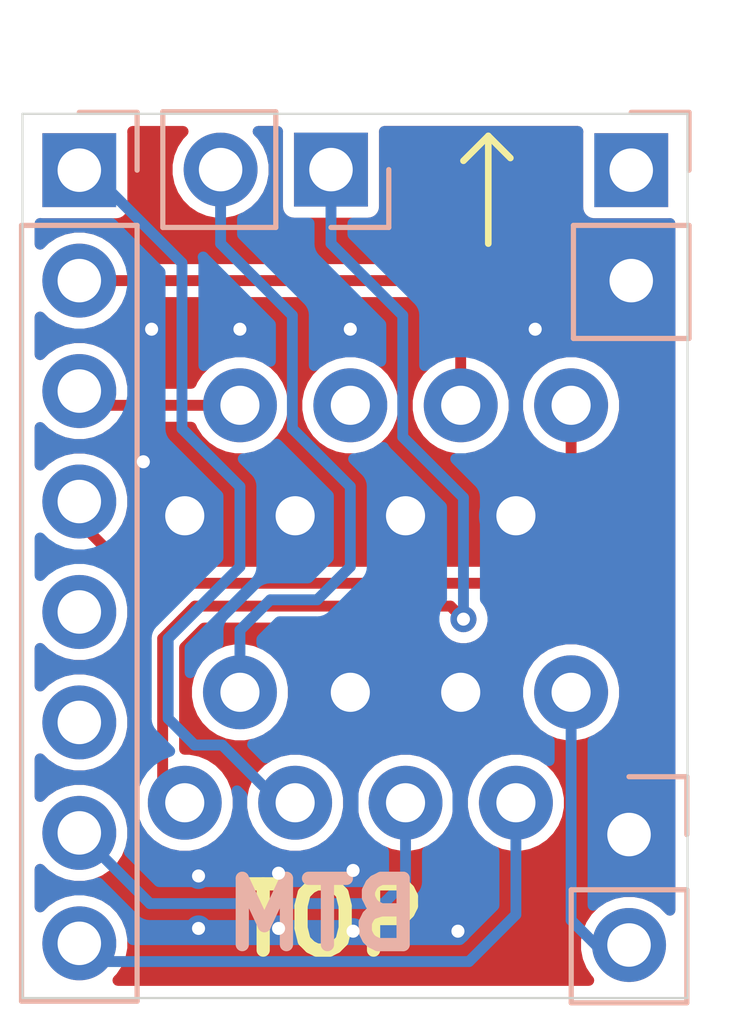
<source format=kicad_pcb>
(kicad_pcb (version 20171130) (host pcbnew "(5.1.8)-1")

  (general
    (thickness 1.6002)
    (drawings 9)
    (tracks 75)
    (zones 0)
    (modules 5)
    (nets 14)
  )

  (page A4)
  (layers
    (0 Front signal)
    (1 In1.Cu signal)
    (2 In2.Cu signal)
    (31 Back signal)
    (34 B.Paste user)
    (35 F.Paste user)
    (36 B.SilkS user)
    (37 F.SilkS user)
    (38 B.Mask user)
    (39 F.Mask user)
    (44 Edge.Cuts user)
    (45 Margin user)
    (46 B.CrtYd user)
    (47 F.CrtYd user)
    (49 F.Fab user)
  )

  (setup
    (last_trace_width 0.25)
    (user_trace_width 0.15)
    (user_trace_width 0.2)
    (user_trace_width 0.4)
    (user_trace_width 0.6)
    (trace_clearance 0.127)
    (zone_clearance 0.254)
    (zone_45_only no)
    (trace_min 0.127)
    (via_size 0.6)
    (via_drill 0.3)
    (via_min_size 0.6)
    (via_min_drill 0.3)
    (user_via 0.6 0.3)
    (user_via 0.9 0.4)
    (uvia_size 0.6858)
    (uvia_drill 0.3302)
    (uvias_allowed no)
    (uvia_min_size 0.2)
    (uvia_min_drill 0.1)
    (edge_width 0.0381)
    (segment_width 0.254)
    (pcb_text_width 0.3048)
    (pcb_text_size 1.524 1.524)
    (mod_edge_width 0.1524)
    (mod_text_size 0.8128 0.8128)
    (mod_text_width 0.1524)
    (pad_size 3.2 3.2)
    (pad_drill 3.2)
    (pad_to_mask_clearance 0)
    (solder_mask_min_width 0.12)
    (aux_axis_origin 0 0)
    (visible_elements 7FFFE7FF)
    (pcbplotparams
      (layerselection 0x010f0_fffffff9)
      (usegerberextensions false)
      (usegerberattributes true)
      (usegerberadvancedattributes true)
      (creategerberjobfile true)
      (excludeedgelayer true)
      (linewidth 0.100000)
      (plotframeref false)
      (viasonmask false)
      (mode 1)
      (useauxorigin false)
      (hpglpennumber 1)
      (hpglpenspeed 20)
      (hpglpendiameter 15.000000)
      (psnegative false)
      (psa4output false)
      (plotreference true)
      (plotvalue true)
      (plotinvisibletext false)
      (padsonsilk false)
      (subtractmaskfromsilk false)
      (outputformat 1)
      (mirror false)
      (drillshape 0)
      (scaleselection 1)
      (outputdirectory ""))
  )

  (net 0 "")
  (net 1 /sck)
  (net 2 /sdo)
  (net 3 /sdi)
  (net 4 /csn)
  (net 5 GND)
  (net 6 /ENCN)
  (net 7 VCC)
  (net 8 /Diag1)
  (net 9 /en)
  (net 10 /step)
  (net 11 /dir)
  (net 12 /clk)
  (net 13 "Net-(J5-Pad1)")

  (net_class Default "This is the default net class."
    (clearance 0.127)
    (trace_width 0.25)
    (via_dia 0.6)
    (via_drill 0.3)
    (uvia_dia 0.6858)
    (uvia_drill 0.3302)
    (diff_pair_width 0.1524)
    (diff_pair_gap 0.254)
    (add_net /Diag1)
    (add_net /ENCN)
    (add_net /clk)
    (add_net /csn)
    (add_net /dir)
    (add_net /en)
    (add_net /sck)
    (add_net /sdi)
    (add_net /sdo)
    (add_net /step)
    (add_net GND)
    (add_net "Net-(J5-Pad1)")
    (add_net VCC)
  )

  (module Libs:E5908-0T0343-L (layer Front) (tedit 5FF1FF9E) (tstamp 5FF26F13)
    (at 132.715 81.661 180)
    (path /5FF2D390)
    (fp_text reference J1 (at 0 0.5 180) (layer F.SilkS) hide
      (effects (font (size 1 1) (thickness 0.15)))
    )
    (fp_text value E5908-0T0343-L (at 0 -0.5 180) (layer F.Fab) hide
      (effects (font (size 1 1) (thickness 0.15)))
    )
    (fp_circle (center -4.89 -1.94) (end -4.584713 -1.94) (layer Dwgs.User) (width 0.1))
    (fp_line (start -7.639391 3.800575) (end -8.785159 3.800575) (layer Dwgs.User) (width 0.2))
    (fp_line (start 3.790608 3.800575) (end -4.680606 3.800575) (layer Dwgs.User) (width 0.2))
    (fp_line (start -4.769997 5.202399) (end 3.879999 5.202399) (layer Dwgs.User) (width 0.2))
    (fp_line (start -8.785159 5.202399) (end -7.55 5.202399) (layer Dwgs.User) (width 0.2))
    (fp_line (start -8.785159 3.800575) (end -8.785159 5.202399) (layer Dwgs.User) (width 0.2))
    (fp_line (start 3.179538 -1.919613) (end 4.782495 -1.919613) (layer Dwgs.User) (width 0.2))
    (fp_line (start 4.782495 -1.919613) (end 4.782495 2.886077) (layer Dwgs.User) (width 0.2))
    (fp_line (start -5.245541 -8.815844) (end -5.579107 -8.815844) (layer Dwgs.User) (width 0.2))
    (fp_line (start -5.579107 -1.919613) (end -5.339536 -1.919613) (layer Dwgs.User) (width 0.2))
    (fp_line (start 0.604687 -8.365257) (end 2.315314 -8.365257) (layer Dwgs.User) (width 0.2))
    (fp_line (start 4.782495 -2.07291) (end 3.159925 -2.07291) (layer Dwgs.User) (width 0.2))
    (fp_line (start -0.239924 -2.07291) (end -1.920074 -2.07291) (layer Dwgs.User) (width 0.2))
    (fp_line (start -0.629999 -4.48) (end 1.01 -4.48) (layer Dwgs.User) (width 0.2))
    (fp_line (start 2.374458 -8.815844) (end 0.545543 -8.815844) (layer Dwgs.User) (width 0.2))
    (fp_line (start -0.165542 -8.815844) (end -1.994456 -8.815844) (layer Dwgs.User) (width 0.2))
    (fp_line (start -4.020352 -4.685469) (end -4.559998 -4.685469) (layer Dwgs.User) (width 0.2))
    (fp_line (start -2.779923 -2.07291) (end -4.460074 -2.07291) (layer Dwgs.User) (width 0.2))
    (fp_line (start -4.559998 -4.48) (end -4.069999 -4.48) (layer Dwgs.User) (width 0.2))
    (fp_line (start -1.480352 -4.685469) (end -3.219645 -4.685469) (layer Dwgs.User) (width 0.2))
    (fp_line (start 2.300076 -2.07291) (end 0.619925 -2.07291) (layer Dwgs.User) (width 0.2))
    (fp_line (start -4.475312 -8.365257) (end -2.764685 -8.365257) (layer Dwgs.User) (width 0.2))
    (fp_line (start 1.91 -4.48) (end 3.55 -4.48) (layer Dwgs.User) (width 0.2))
    (fp_line (start 4.782495 -8.365257) (end 4.782495 -4.685469) (layer Dwgs.User) (width 0.2))
    (fp_line (start -5.579107 -8.815844) (end -5.579107 -8.365257) (layer Dwgs.User) (width 0.2))
    (fp_line (start 4.782495 -8.815844) (end 3.085543 -8.815844) (layer Dwgs.User) (width 0.2))
    (fp_line (start 4.782495 -4.685469) (end 4.400354 -4.685469) (layer Dwgs.User) (width 0.2))
    (fp_line (start 1.857208 -10.868515) (end 3.602793 -10.868515) (layer Dwgs.User) (width 0.2))
    (fp_line (start -5.319923 -2.07291) (end -5.579107 -2.07291) (layer Dwgs.User) (width 0.2))
    (fp_line (start -3.169999 -4.48) (end -1.529999 -4.48) (layer Dwgs.User) (width 0.2))
    (fp_line (start 4.782495 -4.48) (end 4.782495 -2.07291) (layer Dwgs.User) (width 0.2))
    (fp_line (start -4.559998 -4.685469) (end -4.559998 -4.48) (layer Dwgs.User) (width 0.2))
    (fp_line (start 1.059647 -4.685469) (end -0.679645 -4.685469) (layer Dwgs.User) (width 0.2))
    (fp_line (start 3.599647 -4.685469) (end 1.860354 -4.685469) (layer Dwgs.User) (width 0.2))
    (fp_line (start -0.682791 -10.868515) (end 1.062793 -10.868515) (layer Dwgs.User) (width 0.2))
    (fp_line (start 0.639538 -1.919613) (end 2.280463 -1.919613) (layer Dwgs.User) (width 0.2))
    (fp_line (start -1.935312 -8.365257) (end -0.224686 -8.365257) (layer Dwgs.User) (width 0.2))
    (fp_line (start -2.705541 -8.815844) (end -4.534456 -8.815844) (layer Dwgs.User) (width 0.2))
    (fp_line (start 3.144687 -8.365257) (end 4.782495 -8.365257) (layer Dwgs.User) (width 0.2))
    (fp_line (start 4.397208 -10.868515) (end 4.782495 -10.868515) (layer Dwgs.User) (width 0.2))
    (fp_line (start -5.579107 -8.365257) (end -5.304685 -8.365257) (layer Dwgs.User) (width 0.2))
    (fp_line (start -1.900461 -1.919613) (end -0.259537 -1.919613) (layer Dwgs.User) (width 0.2))
    (fp_line (start -4.440461 -1.919613) (end -2.799536 -1.919613) (layer Dwgs.User) (width 0.2))
    (fp_line (start -5.579107 -2.07291) (end -5.579107 -1.919613) (layer Dwgs.User) (width 0.2))
    (fp_line (start 4.45 -4.48) (end 4.782495 -4.48) (layer Dwgs.User) (width 0.2))
    (fp_line (start 4.782495 -10.868515) (end 4.782495 -8.815844) (layer Dwgs.User) (width 0.2))
    (fp_line (start 4.782495 -11.3191) (end 4.381223 -11.3191) (layer Dwgs.User) (width 0.2))
    (fp_line (start 5.082886 -8.365257) (end 6.259417 -8.365257) (layer Dwgs.User) (width 0.2))
    (fp_line (start 5.082886 -4.685469) (end 5.082886 -8.365257) (layer Dwgs.User) (width 0.2))
    (fp_line (start 4.782495 5.933922) (end 4.782495 7.280103) (layer Dwgs.User) (width 0.2))
    (fp_line (start 6.034123 -4.48) (end 6.034123 -4.685469) (layer Dwgs.User) (width 0.2))
    (fp_line (start 6.259417 -8.365257) (end 6.259417 -8.815844) (layer Dwgs.User) (width 0.2))
    (fp_line (start 5.082886 7.280103) (end 5.082886 5.999021) (layer Dwgs.User) (width 0.2))
    (fp_line (start 3.618778 -11.3191) (end 1.841223 -11.3191) (layer Dwgs.User) (width 0.2))
    (fp_line (start 5.082886 -11.3191) (end 5.082886 -11.89485) (layer Dwgs.User) (width 0.2))
    (fp_line (start 6.259417 -8.815844) (end 5.082886 -8.815844) (layer Dwgs.User) (width 0.2))
    (fp_line (start 5.082886 -2.07291) (end 5.082886 -4.48) (layer Dwgs.User) (width 0.2))
    (fp_line (start 5.082886 -8.815844) (end 5.082886 -10.868515) (layer Dwgs.User) (width 0.2))
    (fp_line (start 1.078778 -11.3191) (end -0.698776 -11.3191) (layer Dwgs.User) (width 0.2))
    (fp_line (start -4.001221 -11.3191) (end -4.439999 -11.3191) (layer Dwgs.User) (width 0.2))
    (fp_line (start 5.082886 -10.868515) (end 5.270001 -10.868515) (layer Dwgs.User) (width 0.2))
    (fp_line (start 5.082886 -1.919613) (end 5.181863 -1.919613) (layer Dwgs.User) (width 0.2))
    (fp_line (start 7.661241 5.202399) (end 7.661241 3.800575) (layer Dwgs.User) (width 0.2))
    (fp_line (start 4.782495 7.280103) (end 5.082886 7.280103) (layer Dwgs.User) (width 0.2))
    (fp_line (start 5.181863 -2.07291) (end 5.082886 -2.07291) (layer Dwgs.User) (width 0.2))
    (fp_line (start -3.222791 -10.868515) (end -1.477206 -10.868515) (layer Dwgs.User) (width 0.2))
    (fp_line (start 5.082886 -4.48) (end 6.034123 -4.48) (layer Dwgs.User) (width 0.2))
    (fp_line (start 5.270001 -10.868515) (end 5.270001 -11.3191) (layer Dwgs.User) (width 0.2))
    (fp_line (start 5.181863 -1.919613) (end 5.181863 -2.07291) (layer Dwgs.User) (width 0.2))
    (fp_line (start 5.082886 2.820978) (end 5.082886 -1.919613) (layer Dwgs.User) (width 0.2))
    (fp_line (start -1.461221 -11.3191) (end -3.238776 -11.3191) (layer Dwgs.User) (width 0.2))
    (fp_line (start 4.782495 -11.89485) (end 4.782495 -11.3191) (layer Dwgs.User) (width 0.2))
    (fp_line (start 6.034123 -4.685469) (end 5.082886 -4.685469) (layer Dwgs.User) (width 0.2))
    (fp_line (start 5.082886 -11.89485) (end 4.782495 -11.89485) (layer Dwgs.User) (width 0.2))
    (fp_line (start 6.660002 5.202399) (end 7.661241 5.202399) (layer Dwgs.User) (width 0.2))
    (fp_line (start 7.661241 3.800575) (end 6.749393 3.800575) (layer Dwgs.User) (width 0.2))
    (fp_line (start 5.270001 -11.3191) (end 5.082886 -11.3191) (layer Dwgs.User) (width 0.2))
    (fp_line (start -4.439999 -10.868515) (end -4.017206 -10.868515) (layer Dwgs.User) (width 0.2))
    (fp_line (start -4.439999 -11.3191) (end -4.439999 -10.868515) (layer Dwgs.User) (width 0.2))
    (fp_arc (start 5.270001 4.409999) (end 4.782495 2.886077) (angle -49.87158366) (layer Dwgs.User) (width 0.2))
    (fp_arc (start -6.159998 4.41) (end -7.55 5.202399) (angle -120.6275737) (layer Dwgs.User) (width 0.2))
    (fp_arc (start -6.159998 4.41) (end -4.680606 3.800575) (angle -135.2222899) (layer Dwgs.User) (width 0.2))
    (fp_arc (start -3.619999 -4.48) (end -3.219645 -4.685469) (angle -125.6646609) (layer Dwgs.User) (width 0.2))
    (fp_arc (start -4.889999 -1.940001) (end -5.339536 -1.919613) (angle -174.8064857) (layer Dwgs.User) (width 0.2))
    (fp_arc (start -4.889999 -1.940001) (end -4.460074 -2.07291) (angle -145.6425086) (layer Dwgs.User) (width 0.2))
    (fp_arc (start -2.349998 -8.540001) (end -1.994456 -8.815844) (angle -104.3886894) (layer Dwgs.User) (width 0.2))
    (fp_arc (start -2.349998 -8.540001) (end -2.764685 -8.365257) (angle -134.3002373) (layer Dwgs.User) (width 0.2))
    (fp_arc (start 0.190001 -8.540001) (end 0.545543 -8.815844) (angle -104.3886894) (layer Dwgs.User) (width 0.2))
    (fp_arc (start -2.349999 -1.940001) (end -1.920074 -2.07291) (angle -145.6425086) (layer Dwgs.User) (width 0.2))
    (fp_arc (start 0.19 -1.940001) (end 0.619925 -2.07291) (angle -145.6425086) (layer Dwgs.User) (width 0.2))
    (fp_arc (start 2.730001 -8.540001) (end 2.315314 -8.365257) (angle -134.3002373) (layer Dwgs.User) (width 0.2))
    (fp_arc (start -1.079999 -4.48) (end -0.679645 -4.685469) (angle -125.6646609) (layer Dwgs.User) (width 0.2))
    (fp_arc (start 1.46 -4.48) (end 1.860354 -4.685469) (angle -125.6646609) (layer Dwgs.User) (width 0.2))
    (fp_arc (start 4 -4.48) (end 4.400354 -4.685469) (angle -125.6646609) (layer Dwgs.User) (width 0.2))
    (fp_arc (start -4.889999 -8.540001) (end -4.534456 -8.815844) (angle -104.3886894) (layer Dwgs.User) (width 0.2))
    (fp_arc (start -4.889999 -8.540001) (end -5.304685 -8.365257) (angle -134.3002373) (layer Dwgs.User) (width 0.2))
    (fp_arc (start 1.46 -11.08) (end 1.062793 -10.868515) (angle -123.9355962) (layer Dwgs.User) (width 0.2))
    (fp_arc (start 2.730001 -1.940001) (end 3.159925 -2.07291) (angle -145.6425086) (layer Dwgs.User) (width 0.2))
    (fp_arc (start 2.730001 -8.540001) (end 3.085543 -8.815844) (angle -104.3886894) (layer Dwgs.User) (width 0.2))
    (fp_arc (start 2.73 -1.940001) (end 2.280463 -1.919613) (angle -174.8064857) (layer Dwgs.User) (width 0.2))
    (fp_arc (start 1.46 -4.48) (end 1.01 -4.48) (angle -180) (layer Dwgs.User) (width 0.2))
    (fp_arc (start 0.190001 -8.540001) (end -0.224686 -8.365257) (angle -134.3002373) (layer Dwgs.User) (width 0.2))
    (fp_arc (start 4 -4.48) (end 3.55 -4.48) (angle -180) (layer Dwgs.User) (width 0.2))
    (fp_arc (start 4 -11.08) (end 3.602793 -10.868515) (angle -123.9355962) (layer Dwgs.User) (width 0.2))
    (fp_arc (start -3.619999 -4.48) (end -4.069999 -4.48) (angle -180) (layer Dwgs.User) (width 0.2))
    (fp_arc (start 0.190001 -1.940001) (end -0.259537 -1.919613) (angle -174.8064857) (layer Dwgs.User) (width 0.2))
    (fp_arc (start -2.349998 -1.940001) (end -2.799536 -1.919613) (angle -174.8064857) (layer Dwgs.User) (width 0.2))
    (fp_arc (start -1.079999 -4.48) (end -1.529999 -4.48) (angle -180) (layer Dwgs.User) (width 0.2))
    (fp_arc (start -3.619999 -11.08) (end -3.238776 -11.3191) (angle -115.8085572) (layer Dwgs.User) (width 0.2))
    (fp_arc (start -1.079998 -11.08) (end -0.698776 -11.3191) (angle -115.8085572) (layer Dwgs.User) (width 0.2))
    (fp_arc (start 5.27 4.409999) (end 6.749393 3.800575) (angle -74.32705199) (layer Dwgs.User) (width 0.2))
    (fp_arc (start 1.46 -11.08) (end 1.841223 -11.3191) (angle -115.8085572) (layer Dwgs.User) (width 0.2))
    (fp_arc (start -1.079999 -11.08) (end -1.477206 -10.868515) (angle -123.9355962) (layer Dwgs.User) (width 0.2))
    (fp_arc (start 5.270001 4.409999) (end 3.879999 5.202399) (angle -42.57422557) (layer Dwgs.User) (width 0.2))
    (fp_arc (start 5.270001 4.409999) (end 5.082886 5.999021) (angle -67.0296939) (layer Dwgs.User) (width 0.2))
    (fp_arc (start -3.619999 -11.08) (end -4.017206 -10.868515) (angle -123.9355962) (layer Dwgs.User) (width 0.2))
    (fp_arc (start 4 -11.08) (end 4.381223 -11.3191) (angle -115.8085572) (layer Dwgs.User) (width 0.2))
    (pad "" connect circle (at 5.28 4.4 180) (size 3.2 3.2) (layers Dwgs.User))
    (pad "" smd circle (at -6.14 4.4 180) (size 3.2 3.2) (layers Dwgs.User))
    (pad 15 thru_hole circle (at 2.73 -1.94 180) (size 1.7 1.7) (drill 0.9) (layers *.Cu *.Mask)
      (net 1 /sck))
    (pad 13 thru_hole circle (at 0.19 -1.94 180) (size 1.7 1.7) (drill 0.9) (layers *.Cu *.Mask)
      (net 2 /sdo))
    (pad 11 thru_hole circle (at -2.35 -1.94 180) (size 1.7 1.7) (drill 0.9) (layers *.Cu *.Mask)
      (net 3 /sdi))
    (pad 9 thru_hole circle (at -4.89 -1.94 180) (size 1.7 1.7) (drill 0.9) (layers *.Cu *.Mask)
      (net 4 /csn))
    (pad 16 thru_hole circle (at 4 -4.48 180) (size 1.7 1.7) (drill 0.9) (layers *.Cu *.Mask)
      (net 5 GND))
    (pad 14 thru_hole circle (at 1.46 -4.48 180) (size 1.7 1.7) (drill 0.9) (layers *.Cu *.Mask)
      (net 5 GND))
    (pad 12 thru_hole circle (at -1.08 -4.48 180) (size 1.7 1.7) (drill 0.9) (layers *.Cu *.Mask)
      (net 5 GND))
    (pad 10 thru_hole circle (at -3.62 -4.48 180) (size 1.7 1.7) (drill 0.9) (layers *.Cu *.Mask)
      (net 5 GND))
    (pad 2 thru_hole circle (at 2.73 -8.54 180) (size 1.7 1.7) (drill 0.9) (layers *.Cu *.Mask)
      (net 6 /ENCN))
    (pad 4 thru_hole circle (at 0.19 -8.54 180) (size 1.7 1.7) (drill 0.9) (layers *.Cu *.Mask)
      (net 5 GND))
    (pad 6 thru_hole circle (at -2.35 -8.54 180) (size 1.7 1.7) (drill 0.9) (layers *.Cu *.Mask)
      (net 5 GND))
    (pad 8 thru_hole circle (at -4.89 -8.54 180) (size 1.7 1.7) (drill 0.9) (layers *.Cu *.Mask)
      (net 7 VCC))
    (pad 1 thru_hole circle (at 4 -11.08 180) (size 1.7 1.7) (drill 0.9) (layers *.Cu *.Mask)
      (net 8 /Diag1))
    (pad 3 thru_hole circle (at 1.46 -11.08 180) (size 1.7 1.7) (drill 0.9) (layers *.Cu *.Mask)
      (net 9 /en))
    (pad 5 thru_hole circle (at -1.08 -11.08 180) (size 1.7 1.7) (drill 0.9) (layers *.Cu *.Mask)
      (net 10 /step))
    (pad 7 thru_hole circle (at -3.62 -11.08 180) (size 1.7 1.7) (drill 0.9) (layers *.Cu *.Mask)
      (net 11 /dir))
  )

  (module Connector_PinHeader_2.54mm:PinHeader_1x02_P2.54mm_Vertical locked (layer Back) (tedit 59FED5CC) (tstamp 5FF28ACE)
    (at 138.938 93.472 180)
    (descr "Through hole straight pin header, 1x02, 2.54mm pitch, single row")
    (tags "Through hole pin header THT 1x02 2.54mm single row")
    (path /5FF8616E)
    (fp_text reference J6 (at 0 2.33) (layer B.SilkS) hide
      (effects (font (size 1 1) (thickness 0.15)) (justify mirror))
    )
    (fp_text value Conn_01x02_Male (at 0 -4.87) (layer B.Fab) hide
      (effects (font (size 1 1) (thickness 0.15)) (justify mirror))
    )
    (fp_line (start 1.8 1.8) (end -1.8 1.8) (layer B.CrtYd) (width 0.05))
    (fp_line (start 1.8 -4.35) (end 1.8 1.8) (layer B.CrtYd) (width 0.05))
    (fp_line (start -1.8 -4.35) (end 1.8 -4.35) (layer B.CrtYd) (width 0.05))
    (fp_line (start -1.8 1.8) (end -1.8 -4.35) (layer B.CrtYd) (width 0.05))
    (fp_line (start -1.33 1.33) (end 0 1.33) (layer B.SilkS) (width 0.12))
    (fp_line (start -1.33 0) (end -1.33 1.33) (layer B.SilkS) (width 0.12))
    (fp_line (start -1.33 -1.27) (end 1.33 -1.27) (layer B.SilkS) (width 0.12))
    (fp_line (start 1.33 -1.27) (end 1.33 -3.87) (layer B.SilkS) (width 0.12))
    (fp_line (start -1.33 -1.27) (end -1.33 -3.87) (layer B.SilkS) (width 0.12))
    (fp_line (start -1.33 -3.87) (end 1.33 -3.87) (layer B.SilkS) (width 0.12))
    (fp_line (start -1.27 0.635) (end -0.635 1.27) (layer B.Fab) (width 0.1))
    (fp_line (start -1.27 -3.81) (end -1.27 0.635) (layer B.Fab) (width 0.1))
    (fp_line (start 1.27 -3.81) (end -1.27 -3.81) (layer B.Fab) (width 0.1))
    (fp_line (start 1.27 1.27) (end 1.27 -3.81) (layer B.Fab) (width 0.1))
    (fp_line (start -0.635 1.27) (end 1.27 1.27) (layer B.Fab) (width 0.1))
    (fp_text user %R (at 0 -1.27 270) (layer B.Fab) hide
      (effects (font (size 1 1) (thickness 0.15)) (justify mirror))
    )
    (pad 1 thru_hole rect (at 0 0 180) (size 1.7 1.7) (drill 1) (layers *.Cu *.Mask)
      (net 5 GND))
    (pad 2 thru_hole oval (at 0 -2.54 180) (size 1.7 1.7) (drill 1) (layers *.Cu *.Mask)
      (net 7 VCC))
    (model ${KISYS3DMOD}/Connector_PinHeader_2.54mm.3dshapes/PinHeader_1x02_P2.54mm_Vertical.wrl
      (at (xyz 0 0 0))
      (scale (xyz 1 1 1))
      (rotate (xyz 0 0 0))
    )
  )

  (module Connector_PinHeader_2.54mm:PinHeader_1x02_P2.54mm_Vertical locked (layer Back) (tedit 59FED5CC) (tstamp 5FF28AB8)
    (at 138.9888 78.1939 180)
    (descr "Through hole straight pin header, 1x02, 2.54mm pitch, single row")
    (tags "Through hole pin header THT 1x02 2.54mm single row")
    (path /5FF8B7F0)
    (fp_text reference J5 (at 0 2.33) (layer B.SilkS) hide
      (effects (font (size 1 1) (thickness 0.15)) (justify mirror))
    )
    (fp_text value Conn_01x02_Male (at 0 -4.87) (layer B.Fab) hide
      (effects (font (size 1 1) (thickness 0.15)) (justify mirror))
    )
    (fp_line (start 1.8 1.8) (end -1.8 1.8) (layer B.CrtYd) (width 0.05))
    (fp_line (start 1.8 -4.35) (end 1.8 1.8) (layer B.CrtYd) (width 0.05))
    (fp_line (start -1.8 -4.35) (end 1.8 -4.35) (layer B.CrtYd) (width 0.05))
    (fp_line (start -1.8 1.8) (end -1.8 -4.35) (layer B.CrtYd) (width 0.05))
    (fp_line (start -1.33 1.33) (end 0 1.33) (layer B.SilkS) (width 0.12))
    (fp_line (start -1.33 0) (end -1.33 1.33) (layer B.SilkS) (width 0.12))
    (fp_line (start -1.33 -1.27) (end 1.33 -1.27) (layer B.SilkS) (width 0.12))
    (fp_line (start 1.33 -1.27) (end 1.33 -3.87) (layer B.SilkS) (width 0.12))
    (fp_line (start -1.33 -1.27) (end -1.33 -3.87) (layer B.SilkS) (width 0.12))
    (fp_line (start -1.33 -3.87) (end 1.33 -3.87) (layer B.SilkS) (width 0.12))
    (fp_line (start -1.27 0.635) (end -0.635 1.27) (layer B.Fab) (width 0.1))
    (fp_line (start -1.27 -3.81) (end -1.27 0.635) (layer B.Fab) (width 0.1))
    (fp_line (start 1.27 -3.81) (end -1.27 -3.81) (layer B.Fab) (width 0.1))
    (fp_line (start 1.27 1.27) (end 1.27 -3.81) (layer B.Fab) (width 0.1))
    (fp_line (start -0.635 1.27) (end 1.27 1.27) (layer B.Fab) (width 0.1))
    (fp_text user %R (at 0 -1.27 270) (layer B.Fab) hide
      (effects (font (size 1 1) (thickness 0.15)) (justify mirror))
    )
    (pad 1 thru_hole rect (at 0 0 180) (size 1.7 1.7) (drill 1) (layers *.Cu *.Mask)
      (net 13 "Net-(J5-Pad1)"))
    (pad 2 thru_hole oval (at 0 -2.54 180) (size 1.7 1.7) (drill 1) (layers *.Cu *.Mask)
      (net 5 GND))
    (model ${KISYS3DMOD}/Connector_PinHeader_2.54mm.3dshapes/PinHeader_1x02_P2.54mm_Vertical.wrl
      (at (xyz 0 0 0))
      (scale (xyz 1 1 1))
      (rotate (xyz 0 0 0))
    )
  )

  (module Connector_PinHeader_2.54mm:PinHeader_1x02_P2.54mm_Vertical locked (layer Back) (tedit 59FED5CC) (tstamp 5FF2840A)
    (at 132.08 78.1812 90)
    (descr "Through hole straight pin header, 1x02, 2.54mm pitch, single row")
    (tags "Through hole pin header THT 1x02 2.54mm single row")
    (path /5FF7E73F)
    (fp_text reference J4 (at 0 2.33 270) (layer B.SilkS) hide
      (effects (font (size 1 1) (thickness 0.15)) (justify mirror))
    )
    (fp_text value Conn_01x02_Male (at 0 -4.87 270) (layer B.Fab) hide
      (effects (font (size 1 1) (thickness 0.15)) (justify mirror))
    )
    (fp_line (start -0.635 1.27) (end 1.27 1.27) (layer B.Fab) (width 0.1))
    (fp_line (start 1.27 1.27) (end 1.27 -3.81) (layer B.Fab) (width 0.1))
    (fp_line (start 1.27 -3.81) (end -1.27 -3.81) (layer B.Fab) (width 0.1))
    (fp_line (start -1.27 -3.81) (end -1.27 0.635) (layer B.Fab) (width 0.1))
    (fp_line (start -1.27 0.635) (end -0.635 1.27) (layer B.Fab) (width 0.1))
    (fp_line (start -1.33 -3.87) (end 1.33 -3.87) (layer B.SilkS) (width 0.12))
    (fp_line (start -1.33 -1.27) (end -1.33 -3.87) (layer B.SilkS) (width 0.12))
    (fp_line (start 1.33 -1.27) (end 1.33 -3.87) (layer B.SilkS) (width 0.12))
    (fp_line (start -1.33 -1.27) (end 1.33 -1.27) (layer B.SilkS) (width 0.12))
    (fp_line (start -1.33 0) (end -1.33 1.33) (layer B.SilkS) (width 0.12))
    (fp_line (start -1.33 1.33) (end 0 1.33) (layer B.SilkS) (width 0.12))
    (fp_line (start -1.8 1.8) (end -1.8 -4.35) (layer B.CrtYd) (width 0.05))
    (fp_line (start -1.8 -4.35) (end 1.8 -4.35) (layer B.CrtYd) (width 0.05))
    (fp_line (start 1.8 -4.35) (end 1.8 1.8) (layer B.CrtYd) (width 0.05))
    (fp_line (start 1.8 1.8) (end -1.8 1.8) (layer B.CrtYd) (width 0.05))
    (fp_text user %R (at 0.9144 -0.4953) (layer B.Fab) hide
      (effects (font (size 1 1) (thickness 0.15)) (justify mirror))
    )
    (pad 2 thru_hole oval (at 0 -2.54 90) (size 1.7 1.7) (drill 1) (layers *.Cu *.Mask)
      (net 6 /ENCN))
    (pad 1 thru_hole rect (at 0 0 90) (size 1.7 1.7) (drill 1) (layers *.Cu *.Mask)
      (net 8 /Diag1))
    (model ${KISYS3DMOD}/Connector_PinHeader_2.54mm.3dshapes/PinHeader_1x02_P2.54mm_Vertical.wrl
      (at (xyz 0 0 0))
      (scale (xyz 1 1 1))
      (rotate (xyz 0 0 0))
    )
  )

  (module Connector_PinHeader_2.54mm:PinHeader_1x08_P2.54mm_Vertical locked (layer Back) (tedit 59FED5CC) (tstamp 5FF26F2F)
    (at 126.2888 78.1939 180)
    (descr "Through hole straight pin header, 1x08, 2.54mm pitch, single row")
    (tags "Through hole pin header THT 1x08 2.54mm single row")
    (path /5FF3628C)
    (fp_text reference J2 (at 0 2.33) (layer B.SilkS) hide
      (effects (font (size 1 1) (thickness 0.15)) (justify mirror))
    )
    (fp_text value Conn_01x08_Male (at 0 -20.11) (layer B.Fab) hide
      (effects (font (size 1 1) (thickness 0.15)) (justify mirror))
    )
    (fp_line (start -0.635 1.27) (end 1.27 1.27) (layer B.Fab) (width 0.1))
    (fp_line (start 1.27 1.27) (end 1.27 -19.05) (layer B.Fab) (width 0.1))
    (fp_line (start 1.27 -19.05) (end -1.27 -19.05) (layer B.Fab) (width 0.1))
    (fp_line (start -1.27 -19.05) (end -1.27 0.635) (layer B.Fab) (width 0.1))
    (fp_line (start -1.27 0.635) (end -0.635 1.27) (layer B.Fab) (width 0.1))
    (fp_line (start -1.33 -19.11) (end 1.33 -19.11) (layer B.SilkS) (width 0.12))
    (fp_line (start -1.33 -1.27) (end -1.33 -19.11) (layer B.SilkS) (width 0.12))
    (fp_line (start 1.33 -1.27) (end 1.33 -19.11) (layer B.SilkS) (width 0.12))
    (fp_line (start -1.33 -1.27) (end 1.33 -1.27) (layer B.SilkS) (width 0.12))
    (fp_line (start -1.33 0) (end -1.33 1.33) (layer B.SilkS) (width 0.12))
    (fp_line (start -1.33 1.33) (end 0 1.33) (layer B.SilkS) (width 0.12))
    (fp_line (start -1.8 1.8) (end -1.8 -19.55) (layer B.CrtYd) (width 0.05))
    (fp_line (start -1.8 -19.55) (end 1.8 -19.55) (layer B.CrtYd) (width 0.05))
    (fp_line (start 1.8 -19.55) (end 1.8 1.8) (layer B.CrtYd) (width 0.05))
    (fp_line (start 1.8 1.8) (end -1.8 1.8) (layer B.CrtYd) (width 0.05))
    (fp_text user %R (at 0 -8.89 270) (layer B.Fab) hide
      (effects (font (size 1 1) (thickness 0.15)) (justify mirror))
    )
    (pad 8 thru_hole oval (at 0 -17.78 180) (size 1.7 1.7) (drill 1) (layers *.Cu *.Mask)
      (net 11 /dir))
    (pad 7 thru_hole oval (at 0 -15.24 180) (size 1.7 1.7) (drill 1) (layers *.Cu *.Mask)
      (net 10 /step))
    (pad 6 thru_hole oval (at 0 -12.7 180) (size 1.7 1.7) (drill 1) (layers *.Cu *.Mask)
      (net 2 /sdo))
    (pad 5 thru_hole oval (at 0 -10.16 180) (size 1.7 1.7) (drill 1) (layers *.Cu *.Mask)
      (net 12 /clk))
    (pad 4 thru_hole oval (at 0 -7.62 180) (size 1.7 1.7) (drill 1) (layers *.Cu *.Mask)
      (net 4 /csn))
    (pad 3 thru_hole oval (at 0 -5.08 180) (size 1.7 1.7) (drill 1) (layers *.Cu *.Mask)
      (net 1 /sck))
    (pad 2 thru_hole oval (at 0 -2.54 180) (size 1.7 1.7) (drill 1) (layers *.Cu *.Mask)
      (net 3 /sdi))
    (pad 1 thru_hole rect (at 0 0 180) (size 1.7 1.7) (drill 1) (layers *.Cu *.Mask)
      (net 9 /en))
    (model ${KISYS3DMOD}/Connector_PinHeader_2.54mm.3dshapes/PinHeader_1x08_P2.54mm_Vertical.wrl
      (at (xyz 0 0 0))
      (scale (xyz 1 1 1))
      (rotate (xyz 0 0 0))
    )
  )

  (gr_text BTM (at 131.8895 95.3135) (layer B.SilkS)
    (effects (font (size 1.524 1.524) (thickness 0.3048)) (justify mirror))
  )
  (gr_line (start 135.6995 77.4065) (end 136.2075 77.9145) (layer F.SilkS) (width 0.1524))
  (gr_line (start 135.6995 77.4065) (end 135.128 77.978) (layer F.SilkS) (width 0.1524))
  (gr_line (start 135.6995 79.883) (end 135.6995 77.4065) (layer F.SilkS) (width 0.1524))
  (gr_text TOP (at 132.08 95.4405) (layer F.SilkS)
    (effects (font (size 1.524 1.524) (thickness 0.3048)))
  )
  (gr_line (start 124.9807 76.8985) (end 124.9807 97.2312) (layer Edge.Cuts) (width 0.05) (tstamp 5FF278EF))
  (gr_line (start 140.2842 97.2312) (end 124.9807 97.2312) (layer Edge.Cuts) (width 0.05))
  (gr_line (start 140.2842 76.8985) (end 140.2842 97.2312) (layer Edge.Cuts) (width 0.05))
  (gr_line (start 124.9807 76.8985) (end 140.2842 76.8985) (layer Edge.Cuts) (width 0.05))

  (segment (start 126.6159 83.601) (end 126.2888 83.2739) (width 0.25) (layer Front) (net 1))
  (segment (start 129.985 83.601) (end 126.6159 83.601) (width 0.25) (layer Front) (net 1))
  (segment (start 135.065 81.4075) (end 135.065 83.601) (width 0.25) (layer Front) (net 3))
  (segment (start 134.3914 80.7339) (end 135.065 81.4075) (width 0.25) (layer Front) (net 3))
  (segment (start 126.2888 80.7339) (end 134.3914 80.7339) (width 0.25) (layer Front) (net 3))
  (segment (start 126.2888 86.2838) (end 126.2888 85.8139) (width 0.25) (layer Front) (net 4))
  (segment (start 127.6985 87.6935) (end 126.2888 86.2838) (width 0.25) (layer Front) (net 4))
  (segment (start 137.4775 87.6935) (end 127.6985 87.6935) (width 0.25) (layer Front) (net 4))
  (segment (start 138.1125 87.0585) (end 137.4775 87.6935) (width 0.25) (layer Front) (net 4))
  (segment (start 138.1125 85.471) (end 138.1125 87.0585) (width 0.25) (layer Front) (net 4))
  (segment (start 137.605 84.9635) (end 138.1125 85.471) (width 0.25) (layer Front) (net 4))
  (segment (start 137.605 83.601) (end 137.605 84.9635) (width 0.25) (layer Front) (net 4))
  (via (at 132.5245 81.8515) (size 0.6) (drill 0.3) (layers Front Back) (net 5))
  (via (at 129.9845 81.8515) (size 0.6) (drill 0.3) (layers Front Back) (net 5))
  (via (at 130.8735 94.361) (size 0.6) (drill 0.3) (layers Front Back) (net 5) (tstamp 5FF2F152))
  (via (at 127.762 84.8995) (size 0.6) (drill 0.3) (layers Front Back) (net 5))
  (via (at 136.779 81.8515) (size 0.6) (drill 0.3) (layers Front Back) (net 5))
  (via (at 129.032 95.631) (size 0.6) (drill 0.3) (layers Front Back) (net 5))
  (via (at 130.8735 95.631) (size 0.6) (drill 0.3) (layers Front Back) (net 5))
  (via (at 132.588 95.6945) (size 0.6) (drill 0.3) (layers Front Back) (net 5))
  (via (at 135.001 95.6945) (size 0.6) (drill 0.3) (layers Front Back) (net 5))
  (via (at 129.032 94.4245) (size 0.6) (drill 0.3) (layers Front Back) (net 5) (tstamp 5FF2F155))
  (via (at 132.588 94.2975) (size 0.6) (drill 0.3) (layers Front Back) (net 5) (tstamp 5FF2F14F))
  (via (at 127.9525 81.8515) (size 0.6) (drill 0.3) (layers Front Back) (net 5))
  (segment (start 135.001 90.265) (end 135.065 90.201) (width 0.25) (layer Back) (net 5))
  (segment (start 135.001 94.2975) (end 135.001 90.265) (width 0.25) (layer Back) (net 5))
  (segment (start 132.588 90.264) (end 132.525 90.201) (width 0.25) (layer Back) (net 5))
  (segment (start 132.588 94.107) (end 132.588 90.264) (width 0.25) (layer Back) (net 5))
  (segment (start 129.159 94.107) (end 129.032 94.234) (width 0.25) (layer Back) (net 5))
  (segment (start 132.588 94.107) (end 129.159 94.107) (width 0.25) (layer Back) (net 5))
  (segment (start 136.335 81.1525) (end 136.779 80.7085) (width 0.25) (layer Back) (net 5))
  (segment (start 136.335 86.141) (end 136.335 81.1525) (width 0.25) (layer Back) (net 5))
  (segment (start 131.7625 88.0745) (end 130.683 88.0745) (width 0.25) (layer Back) (net 6))
  (segment (start 132.5245 87.3125) (end 131.7625 88.0745) (width 0.25) (layer Back) (net 6))
  (segment (start 129.985 88.7725) (end 129.985 90.201) (width 0.25) (layer Back) (net 6))
  (segment (start 132.5245 85.471) (end 132.5245 87.3125) (width 0.25) (layer Back) (net 6))
  (segment (start 131.191 84.1375) (end 132.5245 85.471) (width 0.25) (layer Back) (net 6))
  (segment (start 131.191 81.534) (end 131.191 84.1375) (width 0.25) (layer Back) (net 6))
  (segment (start 129.54 79.883) (end 131.191 81.534) (width 0.25) (layer Back) (net 6))
  (segment (start 130.683 88.0745) (end 129.985 88.7725) (width 0.25) (layer Back) (net 6))
  (segment (start 129.54 78.1812) (end 129.54 79.883) (width 0.25) (layer Back) (net 6))
  (segment (start 137.605 95.441) (end 137.605 90.201) (width 0.25) (layer Back) (net 7))
  (segment (start 138.176 96.012) (end 137.605 95.441) (width 0.25) (layer Back) (net 7))
  (segment (start 138.938 96.012) (end 138.176 96.012) (width 0.25) (layer Back) (net 7))
  (via (at 135.128 88.518996) (size 0.6) (drill 0.3) (layers Front Back) (net 8))
  (segment (start 134.828001 88.218997) (end 135.128 88.518996) (width 0.25) (layer Front) (net 8))
  (segment (start 128.951003 88.218997) (end 134.828001 88.218997) (width 0.25) (layer Front) (net 8))
  (segment (start 128.2065 88.9635) (end 128.951003 88.218997) (width 0.25) (layer Front) (net 8))
  (segment (start 128.2065 92.2325) (end 128.2065 88.9635) (width 0.25) (layer Front) (net 8))
  (segment (start 128.715 92.741) (end 128.2065 92.2325) (width 0.25) (layer Front) (net 8))
  (segment (start 135.128 85.725) (end 135.128 88.518996) (width 0.25) (layer Back) (net 8))
  (segment (start 133.731 84.328) (end 135.128 85.725) (width 0.25) (layer Back) (net 8))
  (segment (start 133.731 81.534) (end 133.731 84.328) (width 0.25) (layer Back) (net 8))
  (segment (start 132.08 79.883) (end 133.731 81.534) (width 0.25) (layer Back) (net 8))
  (segment (start 132.08 78.1812) (end 132.08 79.883) (width 0.25) (layer Back) (net 8))
  (segment (start 126.2888 78.1939) (end 126.6444 78.1939) (width 0.25) (layer Back) (net 9))
  (segment (start 129.576981 91.413481) (end 130.9045 92.741) (width 0.25) (layer Back) (net 9))
  (segment (start 128.3335 90.805) (end 128.941981 91.413481) (width 0.25) (layer Back) (net 9))
  (segment (start 130.9045 92.741) (end 131.255 92.741) (width 0.25) (layer Back) (net 9))
  (segment (start 128.3335 88.9635) (end 128.3335 90.805) (width 0.25) (layer Back) (net 9))
  (segment (start 128.651 84.1375) (end 129.9845 85.471) (width 0.25) (layer Back) (net 9))
  (segment (start 128.941981 91.413481) (end 129.576981 91.413481) (width 0.25) (layer Back) (net 9))
  (segment (start 129.9845 85.471) (end 129.9845 87.3125) (width 0.25) (layer Back) (net 9))
  (segment (start 128.651 80.3275) (end 128.651 84.1375) (width 0.25) (layer Back) (net 9))
  (segment (start 129.9845 87.3125) (end 128.3335 88.9635) (width 0.25) (layer Back) (net 9))
  (segment (start 126.5174 78.1939) (end 128.651 80.3275) (width 0.25) (layer Back) (net 9))
  (segment (start 126.2888 78.1939) (end 126.5174 78.1939) (width 0.25) (layer Back) (net 9))
  (segment (start 133.795 94.551) (end 133.795 92.741) (width 0.25) (layer Back) (net 10))
  (segment (start 133.2865 95.0595) (end 133.795 94.551) (width 0.25) (layer Back) (net 10))
  (segment (start 127.9144 95.0595) (end 133.2865 95.0595) (width 0.25) (layer Back) (net 10))
  (segment (start 126.2888 93.4339) (end 127.9144 95.0595) (width 0.25) (layer Back) (net 10))
  (segment (start 126.7079 96.393) (end 126.2888 95.9739) (width 0.25) (layer Back) (net 11))
  (segment (start 135.255 96.393) (end 126.7079 96.393) (width 0.25) (layer Back) (net 11))
  (segment (start 136.335 95.313) (end 135.255 96.393) (width 0.25) (layer Back) (net 11))
  (segment (start 136.335 92.741) (end 136.335 95.313) (width 0.25) (layer Back) (net 11))

  (zone (net 5) (net_name GND) (layer Front) (tstamp 5FF4BC4B) (hatch edge 0.508)
    (connect_pads yes (clearance 0.254))
    (min_thickness 0.254)
    (fill yes (arc_segments 32) (thermal_gap 0.508) (thermal_bridge_width 0.508))
    (polygon
      (pts
        (xy 140.3096 97.2566) (xy 124.9807 97.2566) (xy 124.9807 76.8985) (xy 140.3096 76.8985)
      )
    )
    (filled_polygon
      (pts
        (xy 128.58382 77.396483) (xy 128.449102 77.598103) (xy 128.356307 77.822131) (xy 128.309 78.059957) (xy 128.309 78.302443)
        (xy 128.356307 78.540269) (xy 128.449102 78.764297) (xy 128.58382 78.965917) (xy 128.755283 79.13738) (xy 128.956903 79.272098)
        (xy 129.180931 79.364893) (xy 129.418757 79.4122) (xy 129.661243 79.4122) (xy 129.899069 79.364893) (xy 130.123097 79.272098)
        (xy 130.324717 79.13738) (xy 130.49618 78.965917) (xy 130.630898 78.764297) (xy 130.723693 78.540269) (xy 130.771 78.302443)
        (xy 130.771 78.059957) (xy 130.723693 77.822131) (xy 130.630898 77.598103) (xy 130.49618 77.396483) (xy 130.404197 77.3045)
        (xy 130.849787 77.3045) (xy 130.847157 77.3312) (xy 130.847157 79.0312) (xy 130.854513 79.105889) (xy 130.876299 79.177708)
        (xy 130.911678 79.243896) (xy 130.959289 79.301911) (xy 131.017304 79.349522) (xy 131.083492 79.384901) (xy 131.155311 79.406687)
        (xy 131.23 79.414043) (xy 132.93 79.414043) (xy 133.004689 79.406687) (xy 133.076508 79.384901) (xy 133.142696 79.349522)
        (xy 133.200711 79.301911) (xy 133.248322 79.243896) (xy 133.283701 79.177708) (xy 133.305487 79.105889) (xy 133.312843 79.0312)
        (xy 133.312843 77.3312) (xy 133.310213 77.3045) (xy 137.759837 77.3045) (xy 137.755957 77.3439) (xy 137.755957 79.0439)
        (xy 137.763313 79.118589) (xy 137.785099 79.190408) (xy 137.820478 79.256596) (xy 137.868089 79.314611) (xy 137.926104 79.362222)
        (xy 137.992292 79.397601) (xy 138.064111 79.419387) (xy 138.1388 79.426743) (xy 139.8388 79.426743) (xy 139.8782 79.422863)
        (xy 139.878201 95.211304) (xy 139.722717 95.05582) (xy 139.521097 94.921102) (xy 139.297069 94.828307) (xy 139.059243 94.781)
        (xy 138.816757 94.781) (xy 138.578931 94.828307) (xy 138.354903 94.921102) (xy 138.153283 95.05582) (xy 137.98182 95.227283)
        (xy 137.847102 95.428903) (xy 137.754307 95.652931) (xy 137.707 95.890757) (xy 137.707 96.133243) (xy 137.754307 96.371069)
        (xy 137.847102 96.595097) (xy 137.98182 96.796717) (xy 138.010303 96.8252) (xy 127.178397 96.8252) (xy 127.24498 96.758617)
        (xy 127.379698 96.556997) (xy 127.472493 96.332969) (xy 127.5198 96.095143) (xy 127.5198 95.852657) (xy 127.472493 95.614831)
        (xy 127.379698 95.390803) (xy 127.24498 95.189183) (xy 127.073517 95.01772) (xy 126.871897 94.883002) (xy 126.647869 94.790207)
        (xy 126.410043 94.7429) (xy 126.167557 94.7429) (xy 125.929731 94.790207) (xy 125.705703 94.883002) (xy 125.504083 95.01772)
        (xy 125.3867 95.135103) (xy 125.3867 94.272697) (xy 125.504083 94.39008) (xy 125.705703 94.524798) (xy 125.929731 94.617593)
        (xy 126.167557 94.6649) (xy 126.410043 94.6649) (xy 126.647869 94.617593) (xy 126.871897 94.524798) (xy 127.073517 94.39008)
        (xy 127.24498 94.218617) (xy 127.379698 94.016997) (xy 127.472493 93.792969) (xy 127.5198 93.555143) (xy 127.5198 93.312657)
        (xy 127.472493 93.074831) (xy 127.379698 92.850803) (xy 127.24498 92.649183) (xy 127.073517 92.47772) (xy 126.871897 92.343002)
        (xy 126.647869 92.250207) (xy 126.410043 92.2029) (xy 126.167557 92.2029) (xy 125.929731 92.250207) (xy 125.705703 92.343002)
        (xy 125.504083 92.47772) (xy 125.3867 92.595103) (xy 125.3867 91.732697) (xy 125.504083 91.85008) (xy 125.705703 91.984798)
        (xy 125.929731 92.077593) (xy 126.167557 92.1249) (xy 126.410043 92.1249) (xy 126.647869 92.077593) (xy 126.871897 91.984798)
        (xy 127.073517 91.85008) (xy 127.24498 91.678617) (xy 127.379698 91.476997) (xy 127.472493 91.252969) (xy 127.5198 91.015143)
        (xy 127.5198 90.772657) (xy 127.472493 90.534831) (xy 127.379698 90.310803) (xy 127.24498 90.109183) (xy 127.073517 89.93772)
        (xy 126.871897 89.803002) (xy 126.647869 89.710207) (xy 126.410043 89.6629) (xy 126.167557 89.6629) (xy 125.929731 89.710207)
        (xy 125.705703 89.803002) (xy 125.504083 89.93772) (xy 125.3867 90.055103) (xy 125.3867 89.192697) (xy 125.504083 89.31008)
        (xy 125.705703 89.444798) (xy 125.929731 89.537593) (xy 126.167557 89.5849) (xy 126.410043 89.5849) (xy 126.647869 89.537593)
        (xy 126.871897 89.444798) (xy 127.073517 89.31008) (xy 127.24498 89.138617) (xy 127.379698 88.936997) (xy 127.472493 88.712969)
        (xy 127.5198 88.475143) (xy 127.5198 88.232657) (xy 127.506126 88.163913) (xy 127.599307 88.192178) (xy 127.6985 88.201948)
        (xy 127.723354 88.1995) (xy 128.254908 88.1995) (xy 127.86628 88.588129) (xy 127.846974 88.603973) (xy 127.783742 88.681021)
        (xy 127.779615 88.688742) (xy 127.736755 88.768926) (xy 127.707822 88.864308) (xy 127.698053 88.9635) (xy 127.700501 88.988356)
        (xy 127.7005 92.043565) (xy 127.624102 92.157903) (xy 127.531307 92.381931) (xy 127.484 92.619757) (xy 127.484 92.862243)
        (xy 127.531307 93.100069) (xy 127.624102 93.324097) (xy 127.75882 93.525717) (xy 127.930283 93.69718) (xy 128.131903 93.831898)
        (xy 128.355931 93.924693) (xy 128.593757 93.972) (xy 128.836243 93.972) (xy 129.074069 93.924693) (xy 129.298097 93.831898)
        (xy 129.499717 93.69718) (xy 129.67118 93.525717) (xy 129.805898 93.324097) (xy 129.898693 93.100069) (xy 129.946 92.862243)
        (xy 129.946 92.619757) (xy 130.024 92.619757) (xy 130.024 92.862243) (xy 130.071307 93.100069) (xy 130.164102 93.324097)
        (xy 130.29882 93.525717) (xy 130.470283 93.69718) (xy 130.671903 93.831898) (xy 130.895931 93.924693) (xy 131.133757 93.972)
        (xy 131.376243 93.972) (xy 131.614069 93.924693) (xy 131.838097 93.831898) (xy 132.039717 93.69718) (xy 132.21118 93.525717)
        (xy 132.345898 93.324097) (xy 132.438693 93.100069) (xy 132.486 92.862243) (xy 132.486 92.619757) (xy 132.564 92.619757)
        (xy 132.564 92.862243) (xy 132.611307 93.100069) (xy 132.704102 93.324097) (xy 132.83882 93.525717) (xy 133.010283 93.69718)
        (xy 133.211903 93.831898) (xy 133.435931 93.924693) (xy 133.673757 93.972) (xy 133.916243 93.972) (xy 134.154069 93.924693)
        (xy 134.378097 93.831898) (xy 134.579717 93.69718) (xy 134.75118 93.525717) (xy 134.885898 93.324097) (xy 134.978693 93.100069)
        (xy 135.026 92.862243) (xy 135.026 92.619757) (xy 135.104 92.619757) (xy 135.104 92.862243) (xy 135.151307 93.100069)
        (xy 135.244102 93.324097) (xy 135.37882 93.525717) (xy 135.550283 93.69718) (xy 135.751903 93.831898) (xy 135.975931 93.924693)
        (xy 136.213757 93.972) (xy 136.456243 93.972) (xy 136.694069 93.924693) (xy 136.918097 93.831898) (xy 137.119717 93.69718)
        (xy 137.29118 93.525717) (xy 137.425898 93.324097) (xy 137.518693 93.100069) (xy 137.566 92.862243) (xy 137.566 92.619757)
        (xy 137.518693 92.381931) (xy 137.425898 92.157903) (xy 137.29118 91.956283) (xy 137.119717 91.78482) (xy 136.918097 91.650102)
        (xy 136.694069 91.557307) (xy 136.456243 91.51) (xy 136.213757 91.51) (xy 135.975931 91.557307) (xy 135.751903 91.650102)
        (xy 135.550283 91.78482) (xy 135.37882 91.956283) (xy 135.244102 92.157903) (xy 135.151307 92.381931) (xy 135.104 92.619757)
        (xy 135.026 92.619757) (xy 134.978693 92.381931) (xy 134.885898 92.157903) (xy 134.75118 91.956283) (xy 134.579717 91.78482)
        (xy 134.378097 91.650102) (xy 134.154069 91.557307) (xy 133.916243 91.51) (xy 133.673757 91.51) (xy 133.435931 91.557307)
        (xy 133.211903 91.650102) (xy 133.010283 91.78482) (xy 132.83882 91.956283) (xy 132.704102 92.157903) (xy 132.611307 92.381931)
        (xy 132.564 92.619757) (xy 132.486 92.619757) (xy 132.438693 92.381931) (xy 132.345898 92.157903) (xy 132.21118 91.956283)
        (xy 132.039717 91.78482) (xy 131.838097 91.650102) (xy 131.614069 91.557307) (xy 131.376243 91.51) (xy 131.133757 91.51)
        (xy 130.895931 91.557307) (xy 130.671903 91.650102) (xy 130.470283 91.78482) (xy 130.29882 91.956283) (xy 130.164102 92.157903)
        (xy 130.071307 92.381931) (xy 130.024 92.619757) (xy 129.946 92.619757) (xy 129.898693 92.381931) (xy 129.805898 92.157903)
        (xy 129.67118 91.956283) (xy 129.499717 91.78482) (xy 129.298097 91.650102) (xy 129.074069 91.557307) (xy 128.836243 91.51)
        (xy 128.7125 91.51) (xy 128.7125 90.079757) (xy 128.754 90.079757) (xy 128.754 90.322243) (xy 128.801307 90.560069)
        (xy 128.894102 90.784097) (xy 129.02882 90.985717) (xy 129.200283 91.15718) (xy 129.401903 91.291898) (xy 129.625931 91.384693)
        (xy 129.863757 91.432) (xy 130.106243 91.432) (xy 130.344069 91.384693) (xy 130.568097 91.291898) (xy 130.769717 91.15718)
        (xy 130.94118 90.985717) (xy 131.075898 90.784097) (xy 131.168693 90.560069) (xy 131.216 90.322243) (xy 131.216 90.079757)
        (xy 136.374 90.079757) (xy 136.374 90.322243) (xy 136.421307 90.560069) (xy 136.514102 90.784097) (xy 136.64882 90.985717)
        (xy 136.820283 91.15718) (xy 137.021903 91.291898) (xy 137.245931 91.384693) (xy 137.483757 91.432) (xy 137.726243 91.432)
        (xy 137.964069 91.384693) (xy 138.188097 91.291898) (xy 138.389717 91.15718) (xy 138.56118 90.985717) (xy 138.695898 90.784097)
        (xy 138.788693 90.560069) (xy 138.836 90.322243) (xy 138.836 90.079757) (xy 138.788693 89.841931) (xy 138.695898 89.617903)
        (xy 138.56118 89.416283) (xy 138.389717 89.24482) (xy 138.188097 89.110102) (xy 137.964069 89.017307) (xy 137.726243 88.97)
        (xy 137.483757 88.97) (xy 137.245931 89.017307) (xy 137.021903 89.110102) (xy 136.820283 89.24482) (xy 136.64882 89.416283)
        (xy 136.514102 89.617903) (xy 136.421307 89.841931) (xy 136.374 90.079757) (xy 131.216 90.079757) (xy 131.168693 89.841931)
        (xy 131.075898 89.617903) (xy 130.94118 89.416283) (xy 130.769717 89.24482) (xy 130.568097 89.110102) (xy 130.344069 89.017307)
        (xy 130.106243 88.97) (xy 129.863757 88.97) (xy 129.625931 89.017307) (xy 129.401903 89.110102) (xy 129.200283 89.24482)
        (xy 129.02882 89.416283) (xy 128.894102 89.617903) (xy 128.801307 89.841931) (xy 128.754 90.079757) (xy 128.7125 90.079757)
        (xy 128.7125 89.173091) (xy 129.160595 88.724997) (xy 134.47622 88.724997) (xy 134.524506 88.84157) (xy 134.599033 88.953108)
        (xy 134.693888 89.047963) (xy 134.805426 89.12249) (xy 134.92936 89.173825) (xy 135.060927 89.199996) (xy 135.195073 89.199996)
        (xy 135.32664 89.173825) (xy 135.450574 89.12249) (xy 135.562112 89.047963) (xy 135.656967 88.953108) (xy 135.731494 88.84157)
        (xy 135.782829 88.717636) (xy 135.809 88.586069) (xy 135.809 88.451923) (xy 135.782829 88.320356) (xy 135.732769 88.1995)
        (xy 137.452654 88.1995) (xy 137.4775 88.201947) (xy 137.502346 88.1995) (xy 137.502354 88.1995) (xy 137.576693 88.192178)
        (xy 137.672075 88.163245) (xy 137.759979 88.116259) (xy 137.837027 88.053027) (xy 137.852876 88.033715) (xy 138.45272 87.433872)
        (xy 138.472027 87.418027) (xy 138.535259 87.340979) (xy 138.582245 87.253075) (xy 138.611178 87.157693) (xy 138.6185 87.083354)
        (xy 138.620948 87.0585) (xy 138.6185 87.033646) (xy 138.6185 85.495845) (xy 138.620947 85.470999) (xy 138.6185 85.446153)
        (xy 138.6185 85.446146) (xy 138.611178 85.371807) (xy 138.582245 85.276425) (xy 138.535259 85.188521) (xy 138.472027 85.111473)
        (xy 138.45272 85.095628) (xy 138.111 84.753909) (xy 138.111 84.723832) (xy 138.188097 84.691898) (xy 138.389717 84.55718)
        (xy 138.56118 84.385717) (xy 138.695898 84.184097) (xy 138.788693 83.960069) (xy 138.836 83.722243) (xy 138.836 83.479757)
        (xy 138.788693 83.241931) (xy 138.695898 83.017903) (xy 138.56118 82.816283) (xy 138.389717 82.64482) (xy 138.188097 82.510102)
        (xy 137.964069 82.417307) (xy 137.726243 82.37) (xy 137.483757 82.37) (xy 137.245931 82.417307) (xy 137.021903 82.510102)
        (xy 136.820283 82.64482) (xy 136.64882 82.816283) (xy 136.514102 83.017903) (xy 136.421307 83.241931) (xy 136.374 83.479757)
        (xy 136.374 83.722243) (xy 136.421307 83.960069) (xy 136.514102 84.184097) (xy 136.64882 84.385717) (xy 136.820283 84.55718)
        (xy 137.021903 84.691898) (xy 137.099001 84.723833) (xy 137.099001 84.938644) (xy 137.096553 84.9635) (xy 137.106322 85.062692)
        (xy 137.135255 85.158074) (xy 137.135256 85.158075) (xy 137.182242 85.245979) (xy 137.245474 85.323027) (xy 137.26478 85.338871)
        (xy 137.6065 85.680592) (xy 137.606501 86.848907) (xy 137.267909 87.1875) (xy 127.908092 87.1875) (xy 127.274712 86.55412)
        (xy 127.379698 86.396997) (xy 127.472493 86.172969) (xy 127.5198 85.935143) (xy 127.5198 85.692657) (xy 127.472493 85.454831)
        (xy 127.379698 85.230803) (xy 127.24498 85.029183) (xy 127.073517 84.85772) (xy 126.871897 84.723002) (xy 126.647869 84.630207)
        (xy 126.410043 84.5829) (xy 126.167557 84.5829) (xy 125.929731 84.630207) (xy 125.705703 84.723002) (xy 125.504083 84.85772)
        (xy 125.3867 84.975103) (xy 125.3867 84.112697) (xy 125.504083 84.23008) (xy 125.705703 84.364798) (xy 125.929731 84.457593)
        (xy 126.167557 84.5049) (xy 126.410043 84.5049) (xy 126.647869 84.457593) (xy 126.871897 84.364798) (xy 127.073517 84.23008)
        (xy 127.196597 84.107) (xy 128.862168 84.107) (xy 128.894102 84.184097) (xy 129.02882 84.385717) (xy 129.200283 84.55718)
        (xy 129.401903 84.691898) (xy 129.625931 84.784693) (xy 129.863757 84.832) (xy 130.106243 84.832) (xy 130.344069 84.784693)
        (xy 130.568097 84.691898) (xy 130.769717 84.55718) (xy 130.94118 84.385717) (xy 131.075898 84.184097) (xy 131.168693 83.960069)
        (xy 131.216 83.722243) (xy 131.216 83.479757) (xy 131.294 83.479757) (xy 131.294 83.722243) (xy 131.341307 83.960069)
        (xy 131.434102 84.184097) (xy 131.56882 84.385717) (xy 131.740283 84.55718) (xy 131.941903 84.691898) (xy 132.165931 84.784693)
        (xy 132.403757 84.832) (xy 132.646243 84.832) (xy 132.884069 84.784693) (xy 133.108097 84.691898) (xy 133.309717 84.55718)
        (xy 133.48118 84.385717) (xy 133.615898 84.184097) (xy 133.708693 83.960069) (xy 133.756 83.722243) (xy 133.756 83.479757)
        (xy 133.708693 83.241931) (xy 133.615898 83.017903) (xy 133.48118 82.816283) (xy 133.309717 82.64482) (xy 133.108097 82.510102)
        (xy 132.884069 82.417307) (xy 132.646243 82.37) (xy 132.403757 82.37) (xy 132.165931 82.417307) (xy 131.941903 82.510102)
        (xy 131.740283 82.64482) (xy 131.56882 82.816283) (xy 131.434102 83.017903) (xy 131.341307 83.241931) (xy 131.294 83.479757)
        (xy 131.216 83.479757) (xy 131.168693 83.241931) (xy 131.075898 83.017903) (xy 130.94118 82.816283) (xy 130.769717 82.64482)
        (xy 130.568097 82.510102) (xy 130.344069 82.417307) (xy 130.106243 82.37) (xy 129.863757 82.37) (xy 129.625931 82.417307)
        (xy 129.401903 82.510102) (xy 129.200283 82.64482) (xy 129.02882 82.816283) (xy 128.894102 83.017903) (xy 128.862168 83.095)
        (xy 127.508331 83.095) (xy 127.472493 82.914831) (xy 127.379698 82.690803) (xy 127.24498 82.489183) (xy 127.073517 82.31772)
        (xy 126.871897 82.183002) (xy 126.647869 82.090207) (xy 126.410043 82.0429) (xy 126.167557 82.0429) (xy 125.929731 82.090207)
        (xy 125.705703 82.183002) (xy 125.504083 82.31772) (xy 125.3867 82.435103) (xy 125.3867 81.572697) (xy 125.504083 81.69008)
        (xy 125.705703 81.824798) (xy 125.929731 81.917593) (xy 126.167557 81.9649) (xy 126.410043 81.9649) (xy 126.647869 81.917593)
        (xy 126.871897 81.824798) (xy 127.073517 81.69008) (xy 127.24498 81.518617) (xy 127.379698 81.316997) (xy 127.411632 81.2399)
        (xy 134.181809 81.2399) (xy 134.559 81.617092) (xy 134.559 82.478167) (xy 134.481903 82.510102) (xy 134.280283 82.64482)
        (xy 134.10882 82.816283) (xy 133.974102 83.017903) (xy 133.881307 83.241931) (xy 133.834 83.479757) (xy 133.834 83.722243)
        (xy 133.881307 83.960069) (xy 133.974102 84.184097) (xy 134.10882 84.385717) (xy 134.280283 84.55718) (xy 134.481903 84.691898)
        (xy 134.705931 84.784693) (xy 134.943757 84.832) (xy 135.186243 84.832) (xy 135.424069 84.784693) (xy 135.648097 84.691898)
        (xy 135.849717 84.55718) (xy 136.02118 84.385717) (xy 136.155898 84.184097) (xy 136.248693 83.960069) (xy 136.296 83.722243)
        (xy 136.296 83.479757) (xy 136.248693 83.241931) (xy 136.155898 83.017903) (xy 136.02118 82.816283) (xy 135.849717 82.64482)
        (xy 135.648097 82.510102) (xy 135.571 82.478168) (xy 135.571 81.432345) (xy 135.573447 81.407499) (xy 135.571 81.382653)
        (xy 135.571 81.382646) (xy 135.563678 81.308307) (xy 135.534745 81.212925) (xy 135.487759 81.125021) (xy 135.424527 81.047973)
        (xy 135.40522 81.032128) (xy 134.766776 80.393685) (xy 134.750927 80.374373) (xy 134.673879 80.311141) (xy 134.585975 80.264155)
        (xy 134.490593 80.235222) (xy 134.416254 80.2279) (xy 134.416246 80.2279) (xy 134.3914 80.225453) (xy 134.366554 80.2279)
        (xy 127.411632 80.2279) (xy 127.379698 80.150803) (xy 127.24498 79.949183) (xy 127.073517 79.77772) (xy 126.871897 79.643002)
        (xy 126.647869 79.550207) (xy 126.410043 79.5029) (xy 126.167557 79.5029) (xy 125.929731 79.550207) (xy 125.705703 79.643002)
        (xy 125.504083 79.77772) (xy 125.3867 79.895103) (xy 125.3867 79.421612) (xy 125.4388 79.426743) (xy 127.1388 79.426743)
        (xy 127.213489 79.419387) (xy 127.285308 79.397601) (xy 127.351496 79.362222) (xy 127.409511 79.314611) (xy 127.457122 79.256596)
        (xy 127.492501 79.190408) (xy 127.514287 79.118589) (xy 127.521643 79.0439) (xy 127.521643 77.3439) (xy 127.517763 77.3045)
        (xy 128.675803 77.3045)
      )
    )
  )
  (zone (net 5) (net_name GND) (layer Back) (tstamp 5FF4BC48) (hatch edge 0.508)
    (connect_pads yes (clearance 0.254))
    (min_thickness 0.254)
    (fill yes (arc_segments 32) (thermal_gap 0.508) (thermal_bridge_width 0.508))
    (polygon
      (pts
        (xy 140.3096 97.2566) (xy 124.9807 97.2566) (xy 124.9807 76.8985) (xy 140.3096 76.8985)
      )
    )
    (filled_polygon
      (pts
        (xy 137.755957 77.3439) (xy 137.755957 79.0439) (xy 137.763313 79.118589) (xy 137.785099 79.190408) (xy 137.820478 79.256596)
        (xy 137.868089 79.314611) (xy 137.926104 79.362222) (xy 137.992292 79.397601) (xy 138.064111 79.419387) (xy 138.1388 79.426743)
        (xy 139.8388 79.426743) (xy 139.8782 79.422863) (xy 139.878201 95.211304) (xy 139.722717 95.05582) (xy 139.521097 94.921102)
        (xy 139.297069 94.828307) (xy 139.059243 94.781) (xy 138.816757 94.781) (xy 138.578931 94.828307) (xy 138.354903 94.921102)
        (xy 138.153283 95.05582) (xy 138.111 95.098103) (xy 138.111 91.323832) (xy 138.188097 91.291898) (xy 138.389717 91.15718)
        (xy 138.56118 90.985717) (xy 138.695898 90.784097) (xy 138.788693 90.560069) (xy 138.836 90.322243) (xy 138.836 90.079757)
        (xy 138.788693 89.841931) (xy 138.695898 89.617903) (xy 138.56118 89.416283) (xy 138.389717 89.24482) (xy 138.188097 89.110102)
        (xy 137.964069 89.017307) (xy 137.726243 88.97) (xy 137.483757 88.97) (xy 137.245931 89.017307) (xy 137.021903 89.110102)
        (xy 136.820283 89.24482) (xy 136.64882 89.416283) (xy 136.514102 89.617903) (xy 136.421307 89.841931) (xy 136.374 90.079757)
        (xy 136.374 90.322243) (xy 136.421307 90.560069) (xy 136.514102 90.784097) (xy 136.64882 90.985717) (xy 136.820283 91.15718)
        (xy 137.021903 91.291898) (xy 137.099001 91.323833) (xy 137.099001 91.770978) (xy 136.918097 91.650102) (xy 136.694069 91.557307)
        (xy 136.456243 91.51) (xy 136.213757 91.51) (xy 135.975931 91.557307) (xy 135.751903 91.650102) (xy 135.550283 91.78482)
        (xy 135.37882 91.956283) (xy 135.244102 92.157903) (xy 135.151307 92.381931) (xy 135.104 92.619757) (xy 135.104 92.862243)
        (xy 135.151307 93.100069) (xy 135.244102 93.324097) (xy 135.37882 93.525717) (xy 135.550283 93.69718) (xy 135.751903 93.831898)
        (xy 135.829 93.863833) (xy 135.829001 95.103407) (xy 135.045409 95.887) (xy 127.5198 95.887) (xy 127.5198 95.852657)
        (xy 127.472493 95.614831) (xy 127.379698 95.390803) (xy 127.24498 95.189183) (xy 127.073517 95.01772) (xy 126.871897 94.883002)
        (xy 126.647869 94.790207) (xy 126.410043 94.7429) (xy 126.167557 94.7429) (xy 125.929731 94.790207) (xy 125.705703 94.883002)
        (xy 125.504083 95.01772) (xy 125.3867 95.135103) (xy 125.3867 94.272697) (xy 125.504083 94.39008) (xy 125.705703 94.524798)
        (xy 125.929731 94.617593) (xy 126.167557 94.6649) (xy 126.410043 94.6649) (xy 126.647869 94.617593) (xy 126.724967 94.585658)
        (xy 127.539028 95.39972) (xy 127.554873 95.419027) (xy 127.631921 95.482259) (xy 127.719825 95.529245) (xy 127.815207 95.558178)
        (xy 127.9144 95.567948) (xy 127.939254 95.5655) (xy 133.261654 95.5655) (xy 133.2865 95.567947) (xy 133.311346 95.5655)
        (xy 133.311354 95.5655) (xy 133.385693 95.558178) (xy 133.481075 95.529245) (xy 133.568979 95.482259) (xy 133.646027 95.419027)
        (xy 133.661876 95.399715) (xy 134.13522 94.926372) (xy 134.154527 94.910527) (xy 134.217759 94.833479) (xy 134.264745 94.745575)
        (xy 134.293678 94.650193) (xy 134.301 94.575854) (xy 134.301 94.575853) (xy 134.303448 94.551) (xy 134.301 94.526146)
        (xy 134.301 93.863832) (xy 134.378097 93.831898) (xy 134.579717 93.69718) (xy 134.75118 93.525717) (xy 134.885898 93.324097)
        (xy 134.978693 93.100069) (xy 135.026 92.862243) (xy 135.026 92.619757) (xy 134.978693 92.381931) (xy 134.885898 92.157903)
        (xy 134.75118 91.956283) (xy 134.579717 91.78482) (xy 134.378097 91.650102) (xy 134.154069 91.557307) (xy 133.916243 91.51)
        (xy 133.673757 91.51) (xy 133.435931 91.557307) (xy 133.211903 91.650102) (xy 133.010283 91.78482) (xy 132.83882 91.956283)
        (xy 132.704102 92.157903) (xy 132.611307 92.381931) (xy 132.564 92.619757) (xy 132.564 92.862243) (xy 132.611307 93.100069)
        (xy 132.704102 93.324097) (xy 132.83882 93.525717) (xy 133.010283 93.69718) (xy 133.211903 93.831898) (xy 133.289 93.863833)
        (xy 133.289 94.341408) (xy 133.076909 94.5535) (xy 128.123992 94.5535) (xy 127.440558 93.870067) (xy 127.472493 93.792969)
        (xy 127.5198 93.555143) (xy 127.5198 93.312657) (xy 127.472493 93.074831) (xy 127.379698 92.850803) (xy 127.24498 92.649183)
        (xy 127.073517 92.47772) (xy 126.871897 92.343002) (xy 126.647869 92.250207) (xy 126.410043 92.2029) (xy 126.167557 92.2029)
        (xy 125.929731 92.250207) (xy 125.705703 92.343002) (xy 125.504083 92.47772) (xy 125.3867 92.595103) (xy 125.3867 91.732697)
        (xy 125.504083 91.85008) (xy 125.705703 91.984798) (xy 125.929731 92.077593) (xy 126.167557 92.1249) (xy 126.410043 92.1249)
        (xy 126.647869 92.077593) (xy 126.871897 91.984798) (xy 127.073517 91.85008) (xy 127.24498 91.678617) (xy 127.379698 91.476997)
        (xy 127.472493 91.252969) (xy 127.5198 91.015143) (xy 127.5198 90.772657) (xy 127.472493 90.534831) (xy 127.379698 90.310803)
        (xy 127.24498 90.109183) (xy 127.073517 89.93772) (xy 126.871897 89.803002) (xy 126.647869 89.710207) (xy 126.410043 89.6629)
        (xy 126.167557 89.6629) (xy 125.929731 89.710207) (xy 125.705703 89.803002) (xy 125.504083 89.93772) (xy 125.3867 90.055103)
        (xy 125.3867 89.192697) (xy 125.504083 89.31008) (xy 125.705703 89.444798) (xy 125.929731 89.537593) (xy 126.167557 89.5849)
        (xy 126.410043 89.5849) (xy 126.647869 89.537593) (xy 126.871897 89.444798) (xy 127.073517 89.31008) (xy 127.24498 89.138617)
        (xy 127.379698 88.936997) (xy 127.472493 88.712969) (xy 127.5198 88.475143) (xy 127.5198 88.232657) (xy 127.472493 87.994831)
        (xy 127.379698 87.770803) (xy 127.24498 87.569183) (xy 127.073517 87.39772) (xy 126.871897 87.263002) (xy 126.647869 87.170207)
        (xy 126.410043 87.1229) (xy 126.167557 87.1229) (xy 125.929731 87.170207) (xy 125.705703 87.263002) (xy 125.504083 87.39772)
        (xy 125.3867 87.515103) (xy 125.3867 86.652697) (xy 125.504083 86.77008) (xy 125.705703 86.904798) (xy 125.929731 86.997593)
        (xy 126.167557 87.0449) (xy 126.410043 87.0449) (xy 126.647869 86.997593) (xy 126.871897 86.904798) (xy 127.073517 86.77008)
        (xy 127.24498 86.598617) (xy 127.379698 86.396997) (xy 127.472493 86.172969) (xy 127.5198 85.935143) (xy 127.5198 85.692657)
        (xy 127.472493 85.454831) (xy 127.379698 85.230803) (xy 127.24498 85.029183) (xy 127.073517 84.85772) (xy 126.871897 84.723002)
        (xy 126.647869 84.630207) (xy 126.410043 84.5829) (xy 126.167557 84.5829) (xy 125.929731 84.630207) (xy 125.705703 84.723002)
        (xy 125.504083 84.85772) (xy 125.3867 84.975103) (xy 125.3867 84.112697) (xy 125.504083 84.23008) (xy 125.705703 84.364798)
        (xy 125.929731 84.457593) (xy 126.167557 84.5049) (xy 126.410043 84.5049) (xy 126.647869 84.457593) (xy 126.871897 84.364798)
        (xy 127.073517 84.23008) (xy 127.24498 84.058617) (xy 127.379698 83.856997) (xy 127.472493 83.632969) (xy 127.5198 83.395143)
        (xy 127.5198 83.152657) (xy 127.472493 82.914831) (xy 127.379698 82.690803) (xy 127.24498 82.489183) (xy 127.073517 82.31772)
        (xy 126.871897 82.183002) (xy 126.647869 82.090207) (xy 126.410043 82.0429) (xy 126.167557 82.0429) (xy 125.929731 82.090207)
        (xy 125.705703 82.183002) (xy 125.504083 82.31772) (xy 125.3867 82.435103) (xy 125.3867 81.572697) (xy 125.504083 81.69008)
        (xy 125.705703 81.824798) (xy 125.929731 81.917593) (xy 126.167557 81.9649) (xy 126.410043 81.9649) (xy 126.647869 81.917593)
        (xy 126.871897 81.824798) (xy 127.073517 81.69008) (xy 127.24498 81.518617) (xy 127.379698 81.316997) (xy 127.472493 81.092969)
        (xy 127.5198 80.855143) (xy 127.5198 80.612657) (xy 127.472493 80.374831) (xy 127.379698 80.150803) (xy 127.24498 79.949183)
        (xy 127.073517 79.77772) (xy 126.871897 79.643002) (xy 126.647869 79.550207) (xy 126.410043 79.5029) (xy 126.167557 79.5029)
        (xy 125.929731 79.550207) (xy 125.705703 79.643002) (xy 125.504083 79.77772) (xy 125.3867 79.895103) (xy 125.3867 79.421612)
        (xy 125.4388 79.426743) (xy 127.034652 79.426743) (xy 128.145 80.537092) (xy 128.145001 84.112644) (xy 128.142553 84.1375)
        (xy 128.152322 84.236692) (xy 128.181255 84.332074) (xy 128.198747 84.364798) (xy 128.228242 84.419979) (xy 128.291474 84.497027)
        (xy 128.31078 84.512871) (xy 129.4785 85.680592) (xy 129.478501 87.102907) (xy 127.993285 88.588124) (xy 127.973973 88.603973)
        (xy 127.910741 88.681021) (xy 127.863755 88.768926) (xy 127.834822 88.864308) (xy 127.8275 88.938647) (xy 127.8275 88.938654)
        (xy 127.825053 88.9635) (xy 127.8275 88.988346) (xy 127.827501 90.780144) (xy 127.825053 90.805) (xy 127.834822 90.904192)
        (xy 127.863755 90.999574) (xy 127.863756 90.999575) (xy 127.910742 91.087479) (xy 127.973974 91.164527) (xy 127.99328 91.180371)
        (xy 128.367845 91.554937) (xy 128.355931 91.557307) (xy 128.131903 91.650102) (xy 127.930283 91.78482) (xy 127.75882 91.956283)
        (xy 127.624102 92.157903) (xy 127.531307 92.381931) (xy 127.484 92.619757) (xy 127.484 92.862243) (xy 127.531307 93.100069)
        (xy 127.624102 93.324097) (xy 127.75882 93.525717) (xy 127.930283 93.69718) (xy 128.131903 93.831898) (xy 128.355931 93.924693)
        (xy 128.593757 93.972) (xy 128.836243 93.972) (xy 129.074069 93.924693) (xy 129.298097 93.831898) (xy 129.499717 93.69718)
        (xy 129.67118 93.525717) (xy 129.805898 93.324097) (xy 129.898693 93.100069) (xy 129.946 92.862243) (xy 129.946 92.619757)
        (xy 129.91579 92.467881) (xy 130.031245 92.583336) (xy 130.024 92.619757) (xy 130.024 92.862243) (xy 130.071307 93.100069)
        (xy 130.164102 93.324097) (xy 130.29882 93.525717) (xy 130.470283 93.69718) (xy 130.671903 93.831898) (xy 130.895931 93.924693)
        (xy 131.133757 93.972) (xy 131.376243 93.972) (xy 131.614069 93.924693) (xy 131.838097 93.831898) (xy 132.039717 93.69718)
        (xy 132.21118 93.525717) (xy 132.345898 93.324097) (xy 132.438693 93.100069) (xy 132.486 92.862243) (xy 132.486 92.619757)
        (xy 132.438693 92.381931) (xy 132.345898 92.157903) (xy 132.21118 91.956283) (xy 132.039717 91.78482) (xy 131.838097 91.650102)
        (xy 131.614069 91.557307) (xy 131.376243 91.51) (xy 131.133757 91.51) (xy 130.895931 91.557307) (xy 130.671903 91.650102)
        (xy 130.586355 91.707263) (xy 130.277104 91.398013) (xy 130.344069 91.384693) (xy 130.568097 91.291898) (xy 130.769717 91.15718)
        (xy 130.94118 90.985717) (xy 131.075898 90.784097) (xy 131.168693 90.560069) (xy 131.216 90.322243) (xy 131.216 90.079757)
        (xy 131.168693 89.841931) (xy 131.075898 89.617903) (xy 130.94118 89.416283) (xy 130.769717 89.24482) (xy 130.568097 89.110102)
        (xy 130.491 89.078168) (xy 130.491 88.982091) (xy 130.892592 88.5805) (xy 131.737654 88.5805) (xy 131.7625 88.582947)
        (xy 131.787346 88.5805) (xy 131.787354 88.5805) (xy 131.861693 88.573178) (xy 131.957075 88.544245) (xy 132.044979 88.497259)
        (xy 132.122027 88.434027) (xy 132.137876 88.414715) (xy 132.86472 87.687872) (xy 132.884027 87.672027) (xy 132.947259 87.594979)
        (xy 132.994245 87.507075) (xy 133.023178 87.411693) (xy 133.0305 87.337354) (xy 133.032948 87.3125) (xy 133.0305 87.287646)
        (xy 133.0305 85.495854) (xy 133.032948 85.471) (xy 133.023178 85.371807) (xy 132.994245 85.276425) (xy 132.967464 85.226322)
        (xy 132.947259 85.188521) (xy 132.884027 85.111473) (xy 132.86472 85.095628) (xy 132.601092 84.832) (xy 132.646243 84.832)
        (xy 132.884069 84.784693) (xy 133.108097 84.691898) (xy 133.287638 84.571932) (xy 133.308242 84.610479) (xy 133.371474 84.687527)
        (xy 133.39078 84.703372) (xy 134.622 85.934592) (xy 134.622001 88.061916) (xy 134.599033 88.084884) (xy 134.524506 88.196422)
        (xy 134.473171 88.320356) (xy 134.447 88.451923) (xy 134.447 88.586069) (xy 134.473171 88.717636) (xy 134.524506 88.84157)
        (xy 134.599033 88.953108) (xy 134.693888 89.047963) (xy 134.805426 89.12249) (xy 134.92936 89.173825) (xy 135.060927 89.199996)
        (xy 135.195073 89.199996) (xy 135.32664 89.173825) (xy 135.450574 89.12249) (xy 135.562112 89.047963) (xy 135.656967 88.953108)
        (xy 135.731494 88.84157) (xy 135.782829 88.717636) (xy 135.809 88.586069) (xy 135.809 88.451923) (xy 135.782829 88.320356)
        (xy 135.731494 88.196422) (xy 135.656967 88.084884) (xy 135.634 88.061917) (xy 135.634 85.749845) (xy 135.636447 85.724999)
        (xy 135.634 85.700153) (xy 135.634 85.700146) (xy 135.626678 85.625807) (xy 135.597745 85.530425) (xy 135.550759 85.442521)
        (xy 135.487527 85.365473) (xy 135.46822 85.349628) (xy 134.950592 84.832) (xy 135.186243 84.832) (xy 135.424069 84.784693)
        (xy 135.648097 84.691898) (xy 135.849717 84.55718) (xy 136.02118 84.385717) (xy 136.155898 84.184097) (xy 136.248693 83.960069)
        (xy 136.296 83.722243) (xy 136.296 83.479757) (xy 136.374 83.479757) (xy 136.374 83.722243) (xy 136.421307 83.960069)
        (xy 136.514102 84.184097) (xy 136.64882 84.385717) (xy 136.820283 84.55718) (xy 137.021903 84.691898) (xy 137.245931 84.784693)
        (xy 137.483757 84.832) (xy 137.726243 84.832) (xy 137.964069 84.784693) (xy 138.188097 84.691898) (xy 138.389717 84.55718)
        (xy 138.56118 84.385717) (xy 138.695898 84.184097) (xy 138.788693 83.960069) (xy 138.836 83.722243) (xy 138.836 83.479757)
        (xy 138.788693 83.241931) (xy 138.695898 83.017903) (xy 138.56118 82.816283) (xy 138.389717 82.64482) (xy 138.188097 82.510102)
        (xy 137.964069 82.417307) (xy 137.726243 82.37) (xy 137.483757 82.37) (xy 137.245931 82.417307) (xy 137.021903 82.510102)
        (xy 136.820283 82.64482) (xy 136.64882 82.816283) (xy 136.514102 83.017903) (xy 136.421307 83.241931) (xy 136.374 83.479757)
        (xy 136.296 83.479757) (xy 136.248693 83.241931) (xy 136.155898 83.017903) (xy 136.02118 82.816283) (xy 135.849717 82.64482)
        (xy 135.648097 82.510102) (xy 135.424069 82.417307) (xy 135.186243 82.37) (xy 134.943757 82.37) (xy 134.705931 82.417307)
        (xy 134.481903 82.510102) (xy 134.280283 82.64482) (xy 134.237 82.688103) (xy 134.237 81.558854) (xy 134.239448 81.534)
        (xy 134.229678 81.434807) (xy 134.200745 81.339425) (xy 134.188757 81.316997) (xy 134.153759 81.251521) (xy 134.090527 81.174473)
        (xy 134.07122 81.158628) (xy 132.586 79.673409) (xy 132.586 79.414043) (xy 132.93 79.414043) (xy 133.004689 79.406687)
        (xy 133.076508 79.384901) (xy 133.142696 79.349522) (xy 133.200711 79.301911) (xy 133.248322 79.243896) (xy 133.283701 79.177708)
        (xy 133.305487 79.105889) (xy 133.312843 79.0312) (xy 133.312843 77.3312) (xy 133.310213 77.3045) (xy 137.759837 77.3045)
      )
    )
    (filled_polygon
      (pts
        (xy 130.831474 84.497027) (xy 130.85078 84.512871) (xy 132.0185 85.680592) (xy 132.018501 87.102907) (xy 131.552909 87.5685)
        (xy 130.707845 87.5685) (xy 130.682999 87.566053) (xy 130.658153 87.5685) (xy 130.658146 87.5685) (xy 130.583807 87.575822)
        (xy 130.488425 87.604755) (xy 130.400521 87.651741) (xy 130.323473 87.714973) (xy 130.307629 87.734279) (xy 129.644785 88.397124)
        (xy 129.625473 88.412973) (xy 129.562241 88.490021) (xy 129.515255 88.577926) (xy 129.486322 88.673308) (xy 129.479 88.747647)
        (xy 129.479 88.747654) (xy 129.476553 88.7725) (xy 129.479 88.797347) (xy 129.479 89.078167) (xy 129.401903 89.110102)
        (xy 129.200283 89.24482) (xy 129.02882 89.416283) (xy 128.894102 89.617903) (xy 128.8395 89.749725) (xy 128.8395 89.173091)
        (xy 130.32472 87.687872) (xy 130.344027 87.672027) (xy 130.407259 87.594979) (xy 130.454245 87.507075) (xy 130.483178 87.411693)
        (xy 130.4905 87.337354) (xy 130.492948 87.3125) (xy 130.4905 87.287646) (xy 130.4905 85.495854) (xy 130.492948 85.471)
        (xy 130.483178 85.371807) (xy 130.454245 85.276425) (xy 130.427464 85.226322) (xy 130.407259 85.188521) (xy 130.344027 85.111473)
        (xy 130.32472 85.095628) (xy 130.061092 84.832) (xy 130.106243 84.832) (xy 130.344069 84.784693) (xy 130.568097 84.691898)
        (xy 130.769717 84.55718) (xy 130.830751 84.496146)
      )
    )
    (filled_polygon
      (pts
        (xy 129.180474 80.242527) (xy 129.19978 80.258372) (xy 130.685 81.743592) (xy 130.685 82.588214) (xy 130.568097 82.510102)
        (xy 130.344069 82.417307) (xy 130.106243 82.37) (xy 129.863757 82.37) (xy 129.625931 82.417307) (xy 129.401903 82.510102)
        (xy 129.200283 82.64482) (xy 129.157 82.688103) (xy 129.157 80.352345) (xy 129.159447 80.327499) (xy 129.157 80.302653)
        (xy 129.157 80.302646) (xy 129.149678 80.228307) (xy 129.138464 80.191338)
      )
    )
    (filled_polygon
      (pts
        (xy 130.847157 77.3312) (xy 130.847157 79.0312) (xy 130.854513 79.105889) (xy 130.876299 79.177708) (xy 130.911678 79.243896)
        (xy 130.959289 79.301911) (xy 131.017304 79.349522) (xy 131.083492 79.384901) (xy 131.155311 79.406687) (xy 131.23 79.414043)
        (xy 131.574001 79.414043) (xy 131.574001 79.858144) (xy 131.571553 79.883) (xy 131.581322 79.982192) (xy 131.610255 80.077574)
        (xy 131.610256 80.077575) (xy 131.657242 80.165479) (xy 131.720474 80.242527) (xy 131.73978 80.258372) (xy 133.225 81.743592)
        (xy 133.225 82.588214) (xy 133.108097 82.510102) (xy 132.884069 82.417307) (xy 132.646243 82.37) (xy 132.403757 82.37)
        (xy 132.165931 82.417307) (xy 131.941903 82.510102) (xy 131.740283 82.64482) (xy 131.697 82.688103) (xy 131.697 81.558854)
        (xy 131.699448 81.534) (xy 131.689678 81.434807) (xy 131.660745 81.339425) (xy 131.648757 81.316997) (xy 131.613759 81.251521)
        (xy 131.550527 81.174473) (xy 131.53122 81.158628) (xy 130.046 79.673409) (xy 130.046 79.304032) (xy 130.123097 79.272098)
        (xy 130.324717 79.13738) (xy 130.49618 78.965917) (xy 130.630898 78.764297) (xy 130.723693 78.540269) (xy 130.771 78.302443)
        (xy 130.771 78.059957) (xy 130.723693 77.822131) (xy 130.630898 77.598103) (xy 130.49618 77.396483) (xy 130.404197 77.3045)
        (xy 130.849787 77.3045)
      )
    )
  )
)

</source>
